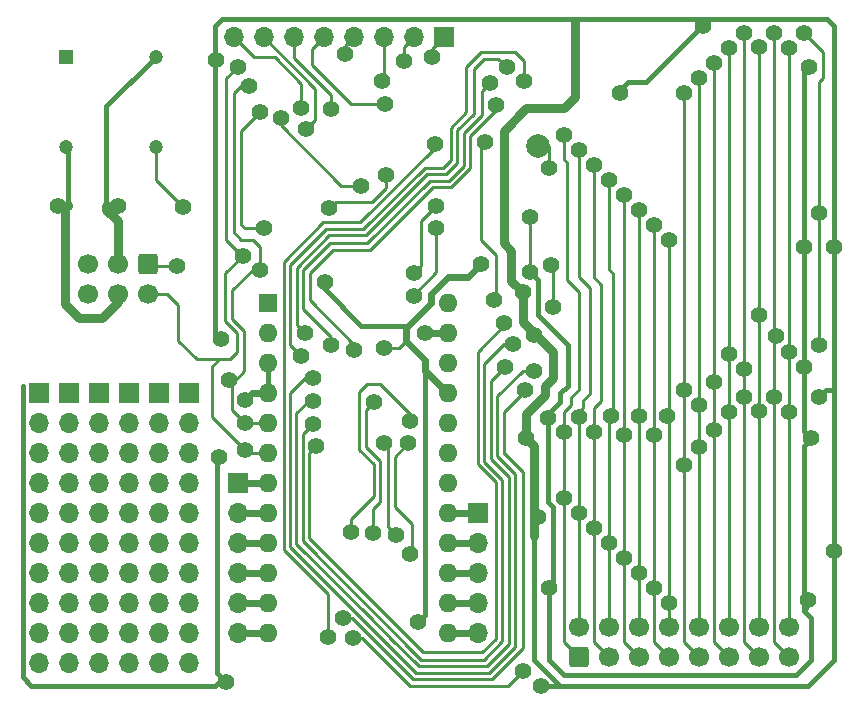
<source format=gbr>
%TF.GenerationSoftware,KiCad,Pcbnew,(6.0.4)*%
%TF.CreationDate,2022-12-09T13:12:30+01:00*%
%TF.ProjectId,SmartArtificialSoftTissue_Standard_v2,536d6172-7441-4727-9469-66696369616c,rev?*%
%TF.SameCoordinates,Original*%
%TF.FileFunction,Copper,L2,Bot*%
%TF.FilePolarity,Positive*%
%FSLAX46Y46*%
G04 Gerber Fmt 4.6, Leading zero omitted, Abs format (unit mm)*
G04 Created by KiCad (PCBNEW (6.0.4)) date 2022-12-09 13:12:30*
%MOMM*%
%LPD*%
G01*
G04 APERTURE LIST*
G04 Aperture macros list*
%AMRoundRect*
0 Rectangle with rounded corners*
0 $1 Rounding radius*
0 $2 $3 $4 $5 $6 $7 $8 $9 X,Y pos of 4 corners*
0 Add a 4 corners polygon primitive as box body*
4,1,4,$2,$3,$4,$5,$6,$7,$8,$9,$2,$3,0*
0 Add four circle primitives for the rounded corners*
1,1,$1+$1,$2,$3*
1,1,$1+$1,$4,$5*
1,1,$1+$1,$6,$7*
1,1,$1+$1,$8,$9*
0 Add four rect primitives between the rounded corners*
20,1,$1+$1,$2,$3,$4,$5,0*
20,1,$1+$1,$4,$5,$6,$7,0*
20,1,$1+$1,$6,$7,$8,$9,0*
20,1,$1+$1,$8,$9,$2,$3,0*%
G04 Aperture macros list end*
%TA.AperFunction,ComponentPad*%
%ADD10R,1.700000X1.700000*%
%TD*%
%TA.AperFunction,ComponentPad*%
%ADD11O,1.700000X1.700000*%
%TD*%
%TA.AperFunction,ComponentPad*%
%ADD12RoundRect,0.250000X-0.600000X0.600000X-0.600000X-0.600000X0.600000X-0.600000X0.600000X0.600000X0*%
%TD*%
%TA.AperFunction,ComponentPad*%
%ADD13C,1.700000*%
%TD*%
%TA.AperFunction,ComponentPad*%
%ADD14RoundRect,0.250000X0.600000X-0.600000X0.600000X0.600000X-0.600000X0.600000X-0.600000X-0.600000X0*%
%TD*%
%TA.AperFunction,ComponentPad*%
%ADD15R,1.600000X1.600000*%
%TD*%
%TA.AperFunction,ComponentPad*%
%ADD16O,1.600000X1.600000*%
%TD*%
%TA.AperFunction,ComponentPad*%
%ADD17C,2.000000*%
%TD*%
%TA.AperFunction,ComponentPad*%
%ADD18R,1.200000X1.200000*%
%TD*%
%TA.AperFunction,ComponentPad*%
%ADD19C,1.200000*%
%TD*%
%TA.AperFunction,ViaPad*%
%ADD20C,1.400000*%
%TD*%
%TA.AperFunction,Conductor*%
%ADD21C,0.250000*%
%TD*%
%TA.AperFunction,Conductor*%
%ADD22C,0.400000*%
%TD*%
%TA.AperFunction,Conductor*%
%ADD23C,0.600000*%
%TD*%
%TA.AperFunction,Conductor*%
%ADD24C,0.800000*%
%TD*%
G04 APERTURE END LIST*
D10*
%TO.P,REF\u002A\u002A,1*%
%TO.N,N/C*%
X62865000Y-88265000D03*
D11*
%TO.P,REF\u002A\u002A,2*%
X62865000Y-90805000D03*
%TO.P,REF\u002A\u002A,3*%
X62865000Y-93345000D03*
%TO.P,REF\u002A\u002A,4*%
X62865000Y-95885000D03*
%TO.P,REF\u002A\u002A,5*%
X62865000Y-98425000D03*
%TO.P,REF\u002A\u002A,6*%
X62865000Y-100965000D03*
%TO.P,REF\u002A\u002A,7*%
X62865000Y-103505000D03*
%TO.P,REF\u002A\u002A,8*%
X62865000Y-106045000D03*
%TO.P,REF\u002A\u002A,9*%
X62865000Y-108585000D03*
%TO.P,REF\u002A\u002A,10*%
X62865000Y-111125000D03*
%TD*%
D10*
%TO.P,REF\u002A\u002A,1*%
%TO.N,N/C*%
X65405000Y-88265000D03*
D11*
%TO.P,REF\u002A\u002A,2*%
X65405000Y-90805000D03*
%TO.P,REF\u002A\u002A,3*%
X65405000Y-93345000D03*
%TO.P,REF\u002A\u002A,4*%
X65405000Y-95885000D03*
%TO.P,REF\u002A\u002A,5*%
X65405000Y-98425000D03*
%TO.P,REF\u002A\u002A,6*%
X65405000Y-100965000D03*
%TO.P,REF\u002A\u002A,7*%
X65405000Y-103505000D03*
%TO.P,REF\u002A\u002A,8*%
X65405000Y-106045000D03*
%TO.P,REF\u002A\u002A,9*%
X65405000Y-108585000D03*
%TO.P,REF\u002A\u002A,10*%
X65405000Y-111125000D03*
%TD*%
D12*
%TO.P,CON2,1,Pin_1*%
%TO.N,SDA*%
X61917500Y-77352500D03*
D13*
%TO.P,CON2,2,Pin_2*%
%TO.N,SCL*%
X61917500Y-79892500D03*
%TO.P,CON2,3,Pin_3*%
%TO.N,VCC_5V*%
X59377500Y-77352500D03*
%TO.P,CON2,4,Pin_4*%
%TO.N,GND*%
X59377500Y-79892500D03*
%TO.P,CON2,5,Pin_5*%
%TO.N,unconnected-(CON2-Pad5)*%
X56837500Y-77352500D03*
%TO.P,CON2,6,Pin_6*%
%TO.N,unconnected-(CON2-Pad6)*%
X56837500Y-79892500D03*
%TD*%
D10*
%TO.P,REF\u002A\u002A,1*%
%TO.N,N/C*%
X60325000Y-88265000D03*
D11*
%TO.P,REF\u002A\u002A,2*%
X60325000Y-90805000D03*
%TO.P,REF\u002A\u002A,3*%
X60325000Y-93345000D03*
%TO.P,REF\u002A\u002A,4*%
X60325000Y-95885000D03*
%TO.P,REF\u002A\u002A,5*%
X60325000Y-98425000D03*
%TO.P,REF\u002A\u002A,6*%
X60325000Y-100965000D03*
%TO.P,REF\u002A\u002A,7*%
X60325000Y-103505000D03*
%TO.P,REF\u002A\u002A,8*%
X60325000Y-106045000D03*
%TO.P,REF\u002A\u002A,9*%
X60325000Y-108585000D03*
%TO.P,REF\u002A\u002A,10*%
X60325000Y-111125000D03*
%TD*%
D10*
%TO.P,REF\u002A\u002A,1*%
%TO.N,N/C*%
X52705000Y-88265000D03*
D11*
%TO.P,REF\u002A\u002A,2*%
X52705000Y-90805000D03*
%TO.P,REF\u002A\u002A,3*%
X52705000Y-93345000D03*
%TO.P,REF\u002A\u002A,4*%
X52705000Y-95885000D03*
%TO.P,REF\u002A\u002A,5*%
X52705000Y-98425000D03*
%TO.P,REF\u002A\u002A,6*%
X52705000Y-100965000D03*
%TO.P,REF\u002A\u002A,7*%
X52705000Y-103505000D03*
%TO.P,REF\u002A\u002A,8*%
X52705000Y-106045000D03*
%TO.P,REF\u002A\u002A,9*%
X52705000Y-108585000D03*
%TO.P,REF\u002A\u002A,10*%
X52705000Y-111125000D03*
%TD*%
D14*
%TO.P,CON1,1,Pin_1*%
%TO.N,Net-(CON1-Pad1)*%
X98425000Y-110607500D03*
D13*
%TO.P,CON1,2,Pin_2*%
%TO.N,Net-(CON1-Pad2)*%
X98425000Y-108067500D03*
%TO.P,CON1,3,Pin_3*%
%TO.N,Net-(CON1-Pad3)*%
X100965000Y-110607500D03*
%TO.P,CON1,4,Pin_4*%
%TO.N,Net-(CON1-Pad4)*%
X100965000Y-108067500D03*
%TO.P,CON1,5,Pin_5*%
%TO.N,Net-(CON1-Pad5)*%
X103505000Y-110607500D03*
%TO.P,CON1,6,Pin_6*%
%TO.N,Net-(CON1-Pad6)*%
X103505000Y-108067500D03*
%TO.P,CON1,7,Pin_7*%
%TO.N,Net-(CON1-Pad7)*%
X106045000Y-110607500D03*
%TO.P,CON1,8,Pin_8*%
%TO.N,Net-(CON1-Pad8)*%
X106045000Y-108067500D03*
%TO.P,CON1,9,Pin_9*%
%TO.N,Net-(CON1-Pad9)*%
X108585000Y-110607500D03*
%TO.P,CON1,10,Pin_10*%
%TO.N,Net-(CON1-Pad10)*%
X108585000Y-108067500D03*
%TO.P,CON1,11,Pin_11*%
%TO.N,Net-(CON1-Pad11)*%
X111125000Y-110607500D03*
%TO.P,CON1,12,Pin_12*%
%TO.N,Net-(CON1-Pad12)*%
X111125000Y-108067500D03*
%TO.P,CON1,13,Pin_13*%
%TO.N,Net-(CON1-Pad13)*%
X113665000Y-110607500D03*
%TO.P,CON1,14,Pin_14*%
%TO.N,Net-(CON1-Pad14)*%
X113665000Y-108067500D03*
%TO.P,CON1,15,Pin_15*%
%TO.N,Net-(CON1-Pad15)*%
X116205000Y-110607500D03*
%TO.P,CON1,16,Pin_16*%
%TO.N,Net-(CON1-Pad16)*%
X116205000Y-108067500D03*
%TD*%
D10*
%TO.P,REF\u002A\u002A,1*%
%TO.N,N/C*%
X57785000Y-88265000D03*
D11*
%TO.P,REF\u002A\u002A,2*%
X57785000Y-90805000D03*
%TO.P,REF\u002A\u002A,3*%
X57785000Y-93345000D03*
%TO.P,REF\u002A\u002A,4*%
X57785000Y-95885000D03*
%TO.P,REF\u002A\u002A,5*%
X57785000Y-98425000D03*
%TO.P,REF\u002A\u002A,6*%
X57785000Y-100965000D03*
%TO.P,REF\u002A\u002A,7*%
X57785000Y-103505000D03*
%TO.P,REF\u002A\u002A,8*%
X57785000Y-106045000D03*
%TO.P,REF\u002A\u002A,9*%
X57785000Y-108585000D03*
%TO.P,REF\u002A\u002A,10*%
X57785000Y-111125000D03*
%TD*%
D10*
%TO.P,REF\u002A\u002A,1*%
%TO.N,N/C*%
X55245000Y-88265000D03*
D11*
%TO.P,REF\u002A\u002A,2*%
X55245000Y-90805000D03*
%TO.P,REF\u002A\u002A,3*%
X55245000Y-93345000D03*
%TO.P,REF\u002A\u002A,4*%
X55245000Y-95885000D03*
%TO.P,REF\u002A\u002A,5*%
X55245000Y-98425000D03*
%TO.P,REF\u002A\u002A,6*%
X55245000Y-100965000D03*
%TO.P,REF\u002A\u002A,7*%
X55245000Y-103505000D03*
%TO.P,REF\u002A\u002A,8*%
X55245000Y-106045000D03*
%TO.P,REF\u002A\u002A,9*%
X55245000Y-108585000D03*
%TO.P,REF\u002A\u002A,10*%
X55245000Y-111125000D03*
%TD*%
D15*
%TO.P,UC1,1,D1/TX*%
%TO.N,unconnected-(UC1-Pad1)*%
X72072500Y-80645000D03*
D16*
%TO.P,UC1,2,D0/RX*%
%TO.N,unconnected-(UC1-Pad2)*%
X72072500Y-83185000D03*
%TO.P,UC1,3,GND*%
%TO.N,GND*%
X72072500Y-85725000D03*
%TO.P,UC1,4,GND*%
X72072500Y-88265000D03*
%TO.P,UC1,5,D2*%
%TO.N,SDA*%
X72072500Y-90805000D03*
%TO.P,UC1,6,~D3*%
%TO.N,SCL*%
X72072500Y-93345000D03*
%TO.P,UC1,7,D4/A6*%
%TO.N,Net-(J11-Pad1)*%
X72072500Y-95885000D03*
%TO.P,UC1,8,~D5*%
%TO.N,Net-(J11-Pad2)*%
X72072500Y-98425000D03*
%TO.P,UC1,9,~D6/A7*%
%TO.N,Net-(J11-Pad3)*%
X72072500Y-100965000D03*
%TO.P,UC1,10,D7*%
%TO.N,Net-(J11-Pad4)*%
X72072500Y-103505000D03*
%TO.P,UC1,11,D8/A8*%
%TO.N,Net-(J11-Pad5)*%
X72072500Y-106045000D03*
%TO.P,UC1,12,~D9/A9*%
%TO.N,Net-(J11-Pad6)*%
X72072500Y-108585000D03*
%TO.P,UC1,13,~D10/A10*%
%TO.N,Net-(J12-Pad5)*%
X87312500Y-108585000D03*
%TO.P,UC1,14,D16*%
%TO.N,Net-(J12-Pad4)*%
X87312500Y-106045000D03*
%TO.P,UC1,15,D14*%
%TO.N,Net-(J12-Pad3)*%
X87312500Y-103505000D03*
%TO.P,UC1,16,D15*%
%TO.N,Net-(J12-Pad2)*%
X87312500Y-100965000D03*
%TO.P,UC1,17,D18/A0*%
%TO.N,Net-(J12-Pad1)*%
X87312500Y-98425000D03*
%TO.P,UC1,18,D19/A1*%
%TO.N,unconnected-(UC1-Pad18)*%
X87312500Y-95885000D03*
%TO.P,UC1,19,D20/A2*%
%TO.N,unconnected-(UC1-Pad19)*%
X87312500Y-93345000D03*
%TO.P,UC1,20,D21/A3*%
%TO.N,unconnected-(UC1-Pad20)*%
X87312500Y-90805000D03*
%TO.P,UC1,21,VCC*%
%TO.N,VCC_5V*%
X87312500Y-88265000D03*
%TO.P,UC1,22,RST*%
%TO.N,unconnected-(UC1-Pad22)*%
X87312500Y-85725000D03*
%TO.P,UC1,23,GND*%
%TO.N,GND*%
X87312500Y-83185000D03*
%TO.P,UC1,24,RAW*%
%TO.N,unconnected-(UC1-Pad24)*%
X87312500Y-80645000D03*
%TD*%
D17*
%TO.P,Needle1,1,Pin_1*%
%TO.N,/NEEDLE*%
X94932500Y-67310000D03*
%TD*%
D18*
%TO.P,Y1,1,TRI-STATE*%
%TO.N,unconnected-(Y1-Pad1)*%
X54990000Y-59790000D03*
D19*
%TO.P,Y1,4,CASE_GROUND*%
%TO.N,GND*%
X54990000Y-67410000D03*
%TO.P,Y1,5,OUTPUT*%
%TO.N,Net-(IC1-Pad8)*%
X62610000Y-67410000D03*
%TO.P,Y1,8,+5V_DC*%
%TO.N,VCC_5V*%
X62610000Y-59790000D03*
%TD*%
D10*
%TO.P,CON3,1,Pin_1*%
%TO.N,/GPIO_B0*%
X86980000Y-58102500D03*
D11*
%TO.P,CON3,2,Pin_2*%
%TO.N,/GPIO_B1*%
X84440000Y-58102500D03*
%TO.P,CON3,3,Pin_3*%
%TO.N,/GPIO_B2*%
X81900000Y-58102500D03*
%TO.P,CON3,4,Pin_4*%
%TO.N,/GPIO_B3*%
X79360000Y-58102500D03*
%TO.P,CON3,5,Pin_5*%
%TO.N,/GPIO_B4*%
X76820000Y-58102500D03*
%TO.P,CON3,6,Pin_6*%
%TO.N,/GPIO_B5*%
X74280000Y-58102500D03*
%TO.P,CON3,7,Pin_7*%
%TO.N,/GPIO_B6*%
X71740000Y-58102500D03*
%TO.P,CON3,8,Pin_8*%
%TO.N,/GPIO_B7*%
X69200000Y-58102500D03*
%TD*%
D10*
%TO.P,J11,1,Pin_1*%
%TO.N,Net-(J11-Pad1)*%
X69532500Y-95885000D03*
D11*
%TO.P,J11,2,Pin_2*%
%TO.N,Net-(J11-Pad2)*%
X69532500Y-98425000D03*
%TO.P,J11,3,Pin_3*%
%TO.N,Net-(J11-Pad3)*%
X69532500Y-100965000D03*
%TO.P,J11,4,Pin_4*%
%TO.N,Net-(J11-Pad4)*%
X69532500Y-103505000D03*
%TO.P,J11,5,Pin_5*%
%TO.N,Net-(J11-Pad5)*%
X69532500Y-106045000D03*
%TO.P,J11,6,Pin_6*%
%TO.N,Net-(J11-Pad6)*%
X69532500Y-108585000D03*
%TD*%
D10*
%TO.P,J12,1,Pin_1*%
%TO.N,Net-(J12-Pad1)*%
X89852500Y-98425000D03*
D11*
%TO.P,J12,2,Pin_2*%
%TO.N,Net-(J12-Pad2)*%
X89852500Y-100965000D03*
%TO.P,J12,3,Pin_3*%
%TO.N,Net-(J12-Pad3)*%
X89852500Y-103505000D03*
%TO.P,J12,4,Pin_4*%
%TO.N,Net-(J12-Pad4)*%
X89852500Y-106045000D03*
%TO.P,J12,5,Pin_5*%
%TO.N,Net-(J12-Pad5)*%
X89852500Y-108585000D03*
%TD*%
D20*
%TO.N,/M1_A3*%
X93800000Y-61800000D03*
X74930000Y-85090000D03*
%TO.N,/M1_A2*%
X92300000Y-60642500D03*
X75247500Y-83185000D03*
%TO.N,/M1_A1*%
X77470000Y-84137500D03*
X90900000Y-62000000D03*
%TO.N,/M1_A0*%
X91440000Y-63817500D03*
X79400000Y-84600000D03*
%TO.N,SDA*%
X68800000Y-87100000D03*
X70485000Y-62230000D03*
X70167500Y-90805000D03*
X71400000Y-77800000D03*
X64400000Y-77500000D03*
%TO.N,SCL*%
X70000000Y-76600000D03*
X69532500Y-60642500D03*
X70167500Y-93027500D03*
%TO.N,VCC_5V*%
X117475000Y-86042500D03*
X118110000Y-92075000D03*
X94297500Y-73342500D03*
X117475000Y-75882500D03*
X94300000Y-78000000D03*
X84772500Y-107632500D03*
X59372500Y-72390000D03*
X95885000Y-104775000D03*
X81915000Y-84455000D03*
X71437500Y-64452500D03*
X95795697Y-90396855D03*
X117792500Y-105727500D03*
X76900000Y-78800000D03*
X71755000Y-74295000D03*
X117949858Y-60642500D03*
X90170000Y-77324500D03*
%TO.N,GND*%
X68580000Y-112712500D03*
X54292500Y-72390000D03*
X101917500Y-62866040D03*
X67692500Y-60007500D03*
X70200000Y-88800000D03*
X93980000Y-92075000D03*
X94600000Y-83300000D03*
X95003000Y-98742500D03*
X118745000Y-88582500D03*
X95250000Y-113030000D03*
X85407500Y-83185000D03*
X108902500Y-57150000D03*
X120015000Y-75882500D03*
X120015000Y-101600000D03*
X93662500Y-79700000D03*
X68100000Y-83700000D03*
X67945000Y-93662500D03*
%TO.N,/M1_EN*%
X86270845Y-67138000D03*
X77152500Y-108902500D03*
%TO.N,/M2_A3*%
X76193540Y-92710000D03*
X92100000Y-82300000D03*
%TO.N,/M2_A2*%
X92869467Y-84110989D03*
X75925258Y-90855242D03*
%TO.N,/M2_A1*%
X92200000Y-86000000D03*
X75882500Y-88900000D03*
%TO.N,/M2_A0*%
X75898300Y-86995000D03*
X94615000Y-86360000D03*
%TO.N,/M2_EN*%
X78422500Y-107315000D03*
X93840463Y-87996895D03*
%TO.N,/M3_EN*%
X79302539Y-108974961D03*
X93662500Y-111760000D03*
%TO.N,Net-(IC1-Pad8)*%
X64880000Y-72500000D03*
%TO.N,Net-(IOEX2-Pad18)*%
X79100000Y-100000000D03*
X84100000Y-90600000D03*
%TO.N,Net-(IOEX2-Pad17)*%
X81100000Y-89000000D03*
X81000000Y-100100000D03*
%TO.N,/AS_4*%
X82100000Y-69800000D03*
X77300000Y-72600000D03*
%TO.N,/AS_1*%
X73185142Y-64930142D03*
X80010000Y-70715980D03*
%TO.N,/GPIO_B0*%
X86000000Y-59800000D03*
%TO.N,/GPIO_B1*%
X83600000Y-60100000D03*
%TO.N,/GPIO_B2*%
X81800000Y-61800000D03*
%TO.N,/GPIO_B3*%
X78600000Y-59500000D03*
%TO.N,/GPIO_B4*%
X82000000Y-63800000D03*
%TO.N,/GPIO_B5*%
X77400000Y-64200000D03*
%TO.N,/GPIO_B6*%
X75300000Y-65900000D03*
%TO.N,/GPIO_B7*%
X74900000Y-64100000D03*
%TO.N,VCC{slash}2*%
X118745000Y-73025000D03*
X118745000Y-84137500D03*
X117475000Y-57785000D03*
%TO.N,/AS1_S1*%
X96202500Y-80962500D03*
X96100000Y-77400000D03*
%TO.N,Net-(OPA2-Pad1)*%
X86360000Y-74295000D03*
X84455000Y-80010000D03*
%TO.N,Net-(OPA2-Pad6)*%
X84455000Y-78105000D03*
X86360000Y-72390000D03*
%TO.N,Net-(IOEX2-Pad16)*%
X82975500Y-100300000D03*
X81900000Y-92500000D03*
%TO.N,Net-(IOEX2-Pad15)*%
X84000000Y-92500000D03*
X84100000Y-101900000D03*
%TO.N,Net-(CON1-Pad1)*%
X97167812Y-91550000D03*
X97155000Y-97155000D03*
X97175979Y-66357500D03*
%TO.N,Net-(CON1-Pad2)*%
X98445979Y-67627500D03*
X98425000Y-98425000D03*
X98425000Y-90256071D03*
%TO.N,Net-(CON1-Pad3)*%
X99715979Y-68897500D03*
X99695000Y-99695000D03*
X99700000Y-91500000D03*
%TO.N,Net-(CON1-Pad4)*%
X100965000Y-100965000D03*
X100985979Y-70167500D03*
X101110500Y-90170000D03*
%TO.N,Net-(CON1-Pad5)*%
X102255979Y-71437500D03*
X102235000Y-91757500D03*
X102235000Y-102235000D03*
%TO.N,Net-(CON1-Pad6)*%
X103505000Y-103505000D03*
X103504304Y-90172088D03*
X103525979Y-72707500D03*
%TO.N,Net-(CON1-Pad7)*%
X104775000Y-91757500D03*
X104795979Y-73977500D03*
X104775000Y-104775000D03*
%TO.N,Net-(CON1-Pad8)*%
X105899500Y-90170000D03*
X106065979Y-75247500D03*
X106045000Y-106045000D03*
%TO.N,Net-(CON1-Pad9)*%
X107315000Y-87947500D03*
X107315000Y-94297500D03*
X107335979Y-62865000D03*
%TO.N,Net-(CON1-Pad10)*%
X108605979Y-61595000D03*
X108583608Y-89216108D03*
X108579788Y-92794608D03*
%TO.N,Net-(CON1-Pad11)*%
X109875979Y-60325000D03*
X109865599Y-91353481D03*
X109855000Y-87312500D03*
%TO.N,Net-(CON1-Pad12)*%
X111145979Y-59055000D03*
X111125000Y-84944500D03*
X111125000Y-89852500D03*
%TO.N,Net-(CON1-Pad13)*%
X112415979Y-57785000D03*
X112395000Y-88582500D03*
X112395000Y-86188000D03*
%TO.N,Net-(CON1-Pad14)*%
X113689001Y-58965077D03*
X113668022Y-89762577D03*
X113665000Y-81597500D03*
%TO.N,Net-(CON1-Pad15)*%
X115080500Y-83412898D03*
X114955979Y-57785000D03*
X114935000Y-88582500D03*
%TO.N,Net-(CON1-Pad16)*%
X116205000Y-84772500D03*
X116227371Y-59055000D03*
X116206392Y-89852500D03*
%TO.N,/NEEDLE_*%
X91268000Y-80327500D03*
X90488892Y-66993892D03*
%TO.N,/NEEDLE*%
X95885000Y-69215000D03*
%TD*%
D21*
%TO.N,/M1_A3*%
X93800000Y-61800000D02*
X93800000Y-60145000D01*
X77018106Y-74350480D02*
X73977500Y-77391086D01*
X73977500Y-84137500D02*
X74930000Y-85090000D01*
X87568940Y-65784960D02*
X87568940Y-68498922D01*
X85359643Y-69153943D02*
X80163106Y-74350480D01*
X80163106Y-74350480D02*
X77018106Y-74350480D01*
X93800000Y-60145000D02*
X93027500Y-59372500D01*
X88900000Y-60642500D02*
X88900000Y-64453900D01*
X88900000Y-64453900D02*
X87568940Y-65784960D01*
X90170000Y-59372500D02*
X88900000Y-60642500D01*
X93027500Y-59372500D02*
X90170000Y-59372500D01*
X73977500Y-77391086D02*
X73977500Y-84137500D01*
X86913921Y-69153941D02*
X85359643Y-69153943D01*
X87568940Y-68498922D02*
X86913921Y-69153941D01*
%TO.N,/M1_A2*%
X74527020Y-82464520D02*
X75247500Y-83185000D01*
X89535000Y-60784638D02*
X89535000Y-64596038D01*
X87141539Y-69703461D02*
X85587262Y-69703462D01*
X89535000Y-64596038D02*
X88118460Y-66012578D01*
X74527021Y-77618703D02*
X74527020Y-82464520D01*
X90397618Y-59922020D02*
X89535000Y-60784638D01*
X77245724Y-74900000D02*
X74527021Y-77618703D01*
X92300000Y-60642500D02*
X91579520Y-59922020D01*
X80390724Y-74900000D02*
X77245724Y-74900000D01*
X91579520Y-59922020D02*
X90397618Y-59922020D01*
X88118460Y-66012578D02*
X88118460Y-68726540D01*
X85587262Y-69703462D02*
X80390724Y-74900000D01*
X88118460Y-68726540D02*
X87141539Y-69703461D01*
%TO.N,/M1_A1*%
X90200000Y-62700000D02*
X90200000Y-64708176D01*
X85814881Y-70252981D02*
X80517382Y-75550480D01*
X80517382Y-75550480D02*
X77372382Y-75550480D01*
X77470000Y-83502500D02*
X77470000Y-84137500D01*
X90200000Y-64708176D02*
X88667980Y-66240196D01*
X90900000Y-62000000D02*
X90200000Y-62700000D01*
X77372382Y-75550480D02*
X75076541Y-77846321D01*
X87402381Y-70252981D02*
X85814881Y-70252981D01*
X75076540Y-81109040D02*
X77470000Y-83502500D01*
X88667980Y-66240196D02*
X88667980Y-68987382D01*
X88667980Y-68987382D02*
X87402381Y-70252981D01*
X75076541Y-77846321D02*
X75076540Y-81109040D01*
%TO.N,/M1_A0*%
X87630000Y-70802500D02*
X89217500Y-69215000D01*
X75626060Y-80388560D02*
X75626060Y-78073940D01*
X79400000Y-84162500D02*
X75626060Y-80388560D01*
X79400000Y-84600000D02*
X79400000Y-84162500D01*
X86042500Y-70802500D02*
X87630000Y-70802500D01*
X91440000Y-64245314D02*
X91440000Y-63817500D01*
X77600000Y-76100000D02*
X80745000Y-76100000D01*
X89217500Y-69215000D02*
X89217500Y-66467814D01*
X89217500Y-66467814D02*
X91440000Y-64245314D01*
X75626060Y-78073940D02*
X77600000Y-76100000D01*
X80745000Y-76100000D02*
X86042500Y-70802500D01*
%TO.N,SDA*%
X71400000Y-75920000D02*
X71400000Y-77800000D01*
X69215000Y-74612500D02*
X69850000Y-75247500D01*
X62065000Y-77500000D02*
X61917500Y-77352500D01*
X71400000Y-77800000D02*
X70800000Y-77800000D01*
X69215000Y-62865000D02*
X69215000Y-74612500D01*
X70090000Y-86410000D02*
X69042989Y-87457011D01*
X71437500Y-75882500D02*
X71400000Y-75920000D01*
X68800000Y-87100000D02*
X68800000Y-87214022D01*
X69850000Y-62230000D02*
X69215000Y-62865000D01*
X69042989Y-89680489D02*
X70167500Y-90805000D01*
X70800000Y-77800000D02*
X69042989Y-79557011D01*
X70485000Y-62230000D02*
X69850000Y-62230000D01*
X70802500Y-75247500D02*
X71437500Y-75882500D01*
X64400000Y-77500000D02*
X62065000Y-77500000D01*
X69042989Y-79557011D02*
X69042989Y-81942989D01*
X70090000Y-82990000D02*
X70090000Y-86410000D01*
X69042989Y-87457011D02*
X69042989Y-89680489D01*
X69850000Y-75247500D02*
X70802500Y-75247500D01*
X70167500Y-90805000D02*
X72072500Y-90805000D01*
X68800000Y-87214022D02*
X69042989Y-87457011D01*
X69042989Y-81942989D02*
X70090000Y-82990000D01*
%TO.N,SCL*%
X69490000Y-83167138D02*
X69490000Y-84810000D01*
X70167500Y-93027500D02*
X70485000Y-93345000D01*
X61900000Y-79910000D02*
X61917500Y-79892500D01*
X69490000Y-84810000D02*
X68900000Y-85400000D01*
X64500000Y-80800000D02*
X63592500Y-79892500D01*
X70485000Y-93345000D02*
X72072500Y-93345000D01*
X68000000Y-85400000D02*
X66100000Y-85400000D01*
X68493470Y-82170608D02*
X69490000Y-83167138D01*
X69932500Y-76600000D02*
X70000000Y-76600000D01*
X68493470Y-78106530D02*
X68493470Y-82170608D01*
X69532500Y-60642500D02*
X68580000Y-61595000D01*
X68900000Y-85400000D02*
X68000000Y-85400000D01*
X63592500Y-79892500D02*
X61917500Y-79892500D01*
X64500000Y-83800000D02*
X64500000Y-80800000D01*
X67400000Y-86000000D02*
X67400000Y-90260000D01*
X70000000Y-76600000D02*
X68493470Y-78106530D01*
X68580000Y-75247500D02*
X69932500Y-76600000D01*
X68000000Y-85400000D02*
X67400000Y-86000000D01*
X68580000Y-61595000D02*
X68580000Y-75247500D01*
X66100000Y-85400000D02*
X64500000Y-83800000D01*
X67400000Y-90260000D02*
X70167500Y-93027500D01*
D22*
%TO.N,VCC_5V*%
X117475000Y-92710000D02*
X118110000Y-92075000D01*
D23*
X85407500Y-86360000D02*
X87312500Y-88265000D01*
D21*
X71755000Y-74295000D02*
X70167500Y-74295000D01*
D22*
X117475000Y-106680000D02*
X117475000Y-92710000D01*
D23*
X83820000Y-82708750D02*
X83820000Y-83820000D01*
D22*
X95795697Y-90396855D02*
X95795697Y-90011099D01*
D24*
X59377500Y-77352500D02*
X59377500Y-73665000D01*
D22*
X97155000Y-112077500D02*
X116840000Y-112077500D01*
D23*
X89072000Y-78422500D02*
X87312500Y-78422500D01*
D22*
X95795697Y-90011099D02*
X96837500Y-88969296D01*
D21*
X69850000Y-73977500D02*
X69850000Y-66040000D01*
D22*
X95795697Y-97492063D02*
X95795697Y-90396855D01*
D21*
X81915000Y-84455000D02*
X82550000Y-84455000D01*
X117792500Y-106362500D02*
X117475000Y-106680000D01*
D22*
X80010000Y-82550000D02*
X83661250Y-82550000D01*
X58420000Y-63980000D02*
X62610000Y-59790000D01*
D23*
X85912989Y-79822011D02*
X85912989Y-80615761D01*
D22*
X95885000Y-104775000D02*
X95885000Y-110807500D01*
X94932500Y-81597500D02*
X94932500Y-78632500D01*
X117475000Y-91440000D02*
X117475000Y-86042500D01*
D24*
X59377500Y-73665000D02*
X58420000Y-72707500D01*
D22*
X95885000Y-104775000D02*
X96202500Y-104457500D01*
D24*
X58420000Y-72390000D02*
X58420000Y-72707500D01*
D22*
X97472500Y-87630000D02*
X97472500Y-84137500D01*
D23*
X85407500Y-85407500D02*
X83820000Y-83820000D01*
D22*
X76900000Y-78800000D02*
X76835000Y-78865000D01*
X76835000Y-79375000D02*
X80010000Y-82550000D01*
X76835000Y-78865000D02*
X76835000Y-79375000D01*
D24*
X59372500Y-72390000D02*
X58420000Y-72390000D01*
D22*
X96202500Y-97898866D02*
X95795697Y-97492063D01*
D23*
X85407500Y-86042500D02*
X85407500Y-85407500D01*
D21*
X94300000Y-78000000D02*
X94300000Y-73345000D01*
D22*
X96202500Y-104457500D02*
X96202500Y-97898866D01*
X58420000Y-72390000D02*
X58420000Y-63980000D01*
X96837500Y-88969296D02*
X96837500Y-88265000D01*
D21*
X83185000Y-84455000D02*
X81915000Y-84455000D01*
D22*
X97472500Y-84137500D02*
X94932500Y-81597500D01*
X96837500Y-88265000D02*
X97472500Y-87630000D01*
D21*
X117792500Y-105727500D02*
X117792500Y-106362500D01*
X69850000Y-66040000D02*
X71437500Y-64452500D01*
D23*
X90170000Y-77324500D02*
X89072000Y-78422500D01*
D22*
X118110000Y-92075000D02*
X117475000Y-91440000D01*
D23*
X85912989Y-80615761D02*
X83820000Y-82708750D01*
D22*
X95885000Y-110807500D02*
X97155000Y-112077500D01*
D21*
X83185000Y-84455000D02*
X83820000Y-83820000D01*
D22*
X117475000Y-75882500D02*
X117475000Y-86042500D01*
X117475000Y-61117358D02*
X117475000Y-75882500D01*
D23*
X87312500Y-78422500D02*
X85912989Y-79822011D01*
D21*
X70167500Y-74295000D02*
X69850000Y-73977500D01*
D22*
X118110000Y-110807500D02*
X118110000Y-107315000D01*
X85407500Y-106997500D02*
X84772500Y-107632500D01*
X118110000Y-107315000D02*
X117475000Y-106680000D01*
X116840000Y-112077500D02*
X118110000Y-110807500D01*
X117949858Y-60642500D02*
X117475000Y-61117358D01*
X85407500Y-86042500D02*
X85407500Y-106997500D01*
X83661250Y-82550000D02*
X83820000Y-82708750D01*
X94932500Y-78632500D02*
X94300000Y-78000000D01*
D23*
X85407500Y-86042500D02*
X85407500Y-86360000D01*
D21*
X94300000Y-73345000D02*
X94297500Y-73342500D01*
D22*
%TO.N,GND*%
X95003000Y-98742500D02*
X94615000Y-99130500D01*
D24*
X93662500Y-79700000D02*
X92710000Y-78747500D01*
X54927500Y-80710000D02*
X56132500Y-81915000D01*
D22*
X101917500Y-62866040D02*
X101917500Y-62547500D01*
D24*
X93662500Y-79700000D02*
X93662500Y-82232500D01*
D22*
X68580000Y-112712500D02*
X67945000Y-112712500D01*
D24*
X54292500Y-72390000D02*
X55170000Y-72390000D01*
D22*
X67627500Y-58420000D02*
X67627500Y-57150000D01*
X119380000Y-87947500D02*
X120015000Y-87947500D01*
X96837500Y-113030000D02*
X97155000Y-113030000D01*
D24*
X92710000Y-78747500D02*
X92710000Y-76200000D01*
D22*
X67800000Y-93807500D02*
X67945000Y-93662500D01*
D24*
X94615000Y-100330000D02*
X94615000Y-92710000D01*
D22*
X96837500Y-113030000D02*
X95250000Y-113030000D01*
X70732011Y-56585489D02*
X111054511Y-56585489D01*
X117792500Y-113030000D02*
X120015000Y-110807500D01*
D24*
X93662500Y-82232500D02*
X96202500Y-84772500D01*
D21*
X109467011Y-56585489D02*
X111054511Y-56585489D01*
D22*
X94615000Y-110807500D02*
X96837500Y-113030000D01*
D24*
X93980000Y-64135000D02*
X97155000Y-64135000D01*
D22*
X94615000Y-99130500D02*
X94615000Y-100330000D01*
D23*
X70735000Y-88265000D02*
X72072500Y-88265000D01*
D24*
X92075000Y-66040000D02*
X93980000Y-64135000D01*
D22*
X102552500Y-61912500D02*
X104140000Y-61912500D01*
D24*
X98107500Y-63182500D02*
X98107500Y-56832500D01*
D22*
X67945000Y-93662500D02*
X67627500Y-93345000D01*
D21*
X67627500Y-60072500D02*
X67627500Y-63500000D01*
D24*
X93980000Y-90020000D02*
X93980000Y-92075000D01*
D22*
X104140000Y-61912500D02*
X109467011Y-56585489D01*
D24*
X94615000Y-92710000D02*
X93980000Y-92075000D01*
D22*
X67627500Y-57150000D02*
X68192011Y-56585489D01*
D24*
X92075000Y-75565000D02*
X92075000Y-66040000D01*
D22*
X52070000Y-113030000D02*
X51355489Y-112315489D01*
X101917500Y-62547500D02*
X102552500Y-61912500D01*
X120015000Y-75882500D02*
X120015000Y-87947500D01*
X67945000Y-112712500D02*
X67627500Y-113030000D01*
X67627500Y-113030000D02*
X52070000Y-113030000D01*
D21*
X94600000Y-83170000D02*
X94600000Y-83300000D01*
D24*
X95567500Y-87630000D02*
X95567500Y-88432500D01*
D21*
X108902500Y-57150000D02*
X109467011Y-56585489D01*
D22*
X55207500Y-72352500D02*
X55207500Y-67627500D01*
X67627500Y-63500000D02*
X67627500Y-58420000D01*
X94615000Y-100330000D02*
X94615000Y-110807500D01*
D24*
X96202500Y-86995000D02*
X95567500Y-87630000D01*
D22*
X68580000Y-112712500D02*
X67800000Y-111932500D01*
D21*
X67692500Y-60007500D02*
X67627500Y-60072500D01*
D22*
X67800000Y-111932500D02*
X67800000Y-93807500D01*
X68100000Y-83700000D02*
X67627500Y-83227500D01*
X68192011Y-56585489D02*
X70732011Y-56585489D01*
D24*
X55207500Y-72352500D02*
X54927500Y-72632500D01*
D21*
X93662500Y-82232500D02*
X94600000Y-83170000D01*
D22*
X72072500Y-85725000D02*
X72072500Y-88265000D01*
X120015000Y-75882500D02*
X120015000Y-57150000D01*
D24*
X97155000Y-64135000D02*
X98107500Y-63182500D01*
X54927500Y-72632500D02*
X54927500Y-80710000D01*
D22*
X97155000Y-113030000D02*
X117792500Y-113030000D01*
D24*
X92710000Y-76200000D02*
X92075000Y-75565000D01*
X56132500Y-81915000D02*
X58032500Y-81915000D01*
D22*
X51355489Y-112315489D02*
X51355489Y-87630000D01*
X118745000Y-88582500D02*
X119380000Y-87947500D01*
D24*
X96202500Y-84772500D02*
X96202500Y-86995000D01*
D22*
X55170000Y-72390000D02*
X55207500Y-72352500D01*
X59377500Y-80570000D02*
X59377500Y-79892500D01*
X120015000Y-110807500D02*
X120015000Y-87947500D01*
D23*
X85407500Y-83185000D02*
X87312500Y-83185000D01*
D22*
X120015000Y-57150000D02*
X119450489Y-56585489D01*
D24*
X58032500Y-81915000D02*
X59377500Y-80570000D01*
D22*
X67627500Y-83227500D02*
X67627500Y-63500000D01*
D24*
X95567500Y-88432500D02*
X93980000Y-90020000D01*
D23*
X70200000Y-88800000D02*
X70735000Y-88265000D01*
D22*
X119450489Y-56585489D02*
X111054511Y-56585489D01*
D21*
%TO.N,/M1_EN*%
X73420480Y-101499818D02*
X77152500Y-105231838D01*
X73420480Y-77170968D02*
X73420480Y-101499818D01*
X79935488Y-73800960D02*
X76790487Y-73800961D01*
X86270845Y-67465603D02*
X79935488Y-73800960D01*
X86270845Y-67138000D02*
X86270845Y-67465603D01*
X77152500Y-105231838D02*
X77152500Y-108902500D01*
X76790487Y-73800961D02*
X73420480Y-77170968D01*
%TO.N,/M2_A3*%
X75618560Y-93284980D02*
X76193540Y-92710000D01*
X89852500Y-94279892D02*
X91378940Y-95806332D01*
X92100000Y-82525000D02*
X89852500Y-84772500D01*
X92100000Y-82300000D02*
X92100000Y-82525000D01*
X91378940Y-109030008D02*
X90236448Y-110172500D01*
X90236448Y-110172500D02*
X85232138Y-110172500D01*
X91378940Y-95806332D02*
X91378940Y-109030008D01*
X75618560Y-100558922D02*
X75618560Y-93284980D01*
X89852500Y-84772500D02*
X89852500Y-94279892D01*
X85232138Y-110172500D02*
X75618560Y-100558922D01*
%TO.N,/M2_A2*%
X90402020Y-85810480D02*
X90402020Y-94052274D01*
X75069041Y-93980000D02*
X75069029Y-93979988D01*
X90378586Y-110807500D02*
X85090000Y-110807500D01*
X75069029Y-93979988D02*
X75069029Y-91711471D01*
X91928460Y-109257626D02*
X90378586Y-110807500D01*
X91928460Y-95578714D02*
X91928460Y-109257626D01*
X85090000Y-110807500D02*
X75069041Y-100786541D01*
X75069041Y-100786541D02*
X75069041Y-93980000D01*
X75069029Y-91711471D02*
X75925258Y-90855242D01*
X92869467Y-84110989D02*
X92101511Y-84110989D01*
X90402020Y-94052274D02*
X91928460Y-95578714D01*
X92101511Y-84110989D02*
X90402020Y-85810480D01*
%TO.N,/M2_A1*%
X84630362Y-111125000D02*
X84597138Y-111125000D01*
X80716069Y-107243931D02*
X80716069Y-107241131D01*
X84862382Y-111357020D02*
X84630362Y-111125000D01*
X74519521Y-101044583D02*
X74519521Y-89937979D01*
X80716069Y-107241131D02*
X74519521Y-101044583D01*
X84597138Y-111125000D02*
X82621069Y-109148931D01*
X82621069Y-109146131D02*
X82618269Y-109146131D01*
X90951540Y-93824656D02*
X92477980Y-95351096D01*
X74519521Y-89937979D02*
X75557500Y-88900000D01*
X82621069Y-109148931D02*
X82621069Y-109146131D01*
X82618269Y-109146131D02*
X80716069Y-107243931D01*
X90951540Y-87248460D02*
X90951540Y-93824656D01*
X92477980Y-109485244D02*
X90606204Y-111357020D01*
X90606204Y-111357020D02*
X84862382Y-111357020D01*
X75557500Y-88900000D02*
X75882500Y-88900000D01*
X92477980Y-95351096D02*
X92477980Y-109485244D01*
X92200000Y-86000000D02*
X90951540Y-87248460D01*
%TO.N,/M2_A0*%
X73970000Y-88265000D02*
X73970000Y-101272200D01*
X79547011Y-106852011D02*
X84601540Y-111906540D01*
X79547011Y-106849211D02*
X79547011Y-106852011D01*
X75240000Y-86995000D02*
X73970000Y-88265000D01*
X93027500Y-95123478D02*
X91501060Y-93597038D01*
X75898300Y-86995000D02*
X75240000Y-86995000D01*
X73970000Y-101272200D02*
X78425300Y-105727500D01*
X78422500Y-105727500D02*
X78425300Y-105727500D01*
X91501060Y-93597038D02*
X91501060Y-88521440D01*
X78425300Y-105727500D02*
X79547011Y-106849211D01*
X93662500Y-86360000D02*
X94615000Y-86360000D01*
X84601540Y-111906540D02*
X90833822Y-111906540D01*
X93027500Y-109712862D02*
X93027500Y-95123478D01*
X90833822Y-111906540D02*
X93027500Y-109712862D01*
X91501060Y-88521440D02*
X93662500Y-86360000D01*
%TO.N,/M2_EN*%
X93840463Y-88087037D02*
X92050580Y-89876920D01*
X93662500Y-94932500D02*
X92050580Y-93320580D01*
X93840463Y-87996895D02*
X93840463Y-88087037D01*
X84398342Y-112480480D02*
X91037020Y-112480480D01*
X92050580Y-93320580D02*
X92050580Y-93369420D01*
X93662500Y-109855000D02*
X93662500Y-94932500D01*
X78422500Y-107315000D02*
X79232862Y-107315000D01*
X79232862Y-107315000D02*
X84398342Y-112480480D01*
X92050580Y-89876920D02*
X92050580Y-93320580D01*
X91037020Y-112480480D02*
X93662500Y-109855000D01*
%TO.N,/M3_EN*%
X92392500Y-113030000D02*
X84137500Y-113030000D01*
X93662500Y-111760000D02*
X92392500Y-113030000D01*
X80082461Y-108974961D02*
X79302539Y-108974961D01*
X84137500Y-113030000D02*
X80082461Y-108974961D01*
D23*
%TO.N,Net-(J11-Pad1)*%
X72072500Y-95885000D02*
X69532500Y-95885000D01*
D21*
%TO.N,Net-(IC1-Pad8)*%
X62610000Y-70230000D02*
X62610000Y-67410000D01*
X64880000Y-72500000D02*
X62610000Y-70230000D01*
%TO.N,Net-(IOEX2-Pad18)*%
X81600000Y-87500000D02*
X80500000Y-87500000D01*
X79850480Y-93050480D02*
X81047980Y-94247980D01*
X84100000Y-90600000D02*
X84100000Y-90000000D01*
X79100000Y-98947980D02*
X79100000Y-100000000D01*
X80500000Y-87500000D02*
X79850480Y-88149520D01*
X81047980Y-97000000D02*
X79100000Y-98947980D01*
X84100000Y-90000000D02*
X81600000Y-87500000D01*
X79850480Y-88149520D02*
X79850480Y-93050480D01*
X81047980Y-94247980D02*
X81047980Y-97000000D01*
%TO.N,Net-(IOEX2-Pad17)*%
X81000000Y-98070000D02*
X81000000Y-100100000D01*
X80400000Y-92822862D02*
X81597500Y-94020362D01*
X81597500Y-97472500D02*
X81000000Y-98070000D01*
X81597500Y-94020362D02*
X81597500Y-97472500D01*
X81100000Y-89000000D02*
X80400000Y-89700000D01*
X80400000Y-89700000D02*
X80400000Y-92822862D01*
%TO.N,/AS_4*%
X77300000Y-72600000D02*
X77827500Y-72072500D01*
X82100000Y-70859310D02*
X82100000Y-69800000D01*
X80886810Y-72072500D02*
X82100000Y-70859310D01*
X77827500Y-72072500D02*
X80886810Y-72072500D01*
%TO.N,/AS_1*%
X73185142Y-64930142D02*
X73185142Y-65585142D01*
X78315980Y-70715980D02*
X80010000Y-70715980D01*
X73185142Y-65585142D02*
X78315980Y-70715980D01*
%TO.N,/GPIO_B0*%
X86000000Y-59082500D02*
X86980000Y-58102500D01*
X86000000Y-59800000D02*
X86000000Y-59082500D01*
%TO.N,/GPIO_B1*%
X83600000Y-58942500D02*
X84440000Y-58102500D01*
X83600000Y-60100000D02*
X83600000Y-58942500D01*
%TO.N,/GPIO_B2*%
X81800000Y-61800000D02*
X81900000Y-61700000D01*
X81900000Y-61700000D02*
X81900000Y-58102500D01*
%TO.N,/GPIO_B3*%
X78600000Y-59500000D02*
X78600000Y-58862500D01*
X78600000Y-58862500D02*
X79360000Y-58102500D01*
%TO.N,/GPIO_B4*%
X82000000Y-63800000D02*
X79154850Y-63800000D01*
X75800000Y-60445150D02*
X75800000Y-59122500D01*
X75800000Y-59122500D02*
X76820000Y-58102500D01*
X79154850Y-63800000D02*
X75800000Y-60445150D01*
%TO.N,/GPIO_B5*%
X77400000Y-64200000D02*
X77400000Y-62985362D01*
X74280000Y-59865362D02*
X74280000Y-58102500D01*
X77400000Y-62985362D02*
X74280000Y-59865362D01*
%TO.N,/GPIO_B6*%
X75300000Y-65900000D02*
X76100000Y-65100000D01*
X76100000Y-62462500D02*
X71740000Y-58102500D01*
X76100000Y-65100000D02*
X76100000Y-62462500D01*
%TO.N,/GPIO_B7*%
X70897500Y-59800000D02*
X69200000Y-58102500D01*
X74900000Y-64100000D02*
X74900000Y-62039638D01*
X74900000Y-62039638D02*
X72660362Y-59800000D01*
X72660362Y-59800000D02*
X70897500Y-59800000D01*
%TO.N,VCC{slash}2*%
X117475000Y-57785000D02*
X119074369Y-59384369D01*
X118745000Y-84455000D02*
X118745000Y-84137500D01*
X119074369Y-61583131D02*
X118745000Y-61912500D01*
X118745000Y-73025000D02*
X118745000Y-84137500D01*
X119074369Y-59384369D02*
X119074369Y-61583131D01*
X118745000Y-61912500D02*
X118745000Y-73025000D01*
D23*
%TO.N,Net-(J11-Pad2)*%
X72072500Y-98425000D02*
X69532500Y-98425000D01*
%TO.N,Net-(J11-Pad3)*%
X69532500Y-100965000D02*
X72072500Y-100965000D01*
%TO.N,Net-(J11-Pad4)*%
X72072500Y-103505000D02*
X69532500Y-103505000D01*
%TO.N,Net-(J11-Pad5)*%
X69532500Y-106045000D02*
X72072500Y-106045000D01*
%TO.N,Net-(J11-Pad6)*%
X72072500Y-108585000D02*
X69532500Y-108585000D01*
%TO.N,Net-(J12-Pad1)*%
X87312500Y-98425000D02*
X89852500Y-98425000D01*
%TO.N,Net-(J12-Pad2)*%
X89852500Y-100965000D02*
X87312500Y-100965000D01*
%TO.N,Net-(J12-Pad3)*%
X87312500Y-103505000D02*
X89852500Y-103505000D01*
%TO.N,Net-(J12-Pad4)*%
X89852500Y-106045000D02*
X87312500Y-106045000D01*
%TO.N,Net-(J12-Pad5)*%
X87312500Y-108585000D02*
X89852500Y-108585000D01*
D21*
%TO.N,/AS1_S1*%
X96100000Y-77400000D02*
X96202500Y-77502500D01*
X96202500Y-77502500D02*
X96202500Y-80962500D01*
%TO.N,Net-(OPA2-Pad1)*%
X84455000Y-80010000D02*
X84455000Y-79937874D01*
X84455000Y-79937874D02*
X86360000Y-78032874D01*
X86360000Y-78032874D02*
X86360000Y-74295000D01*
%TO.N,Net-(OPA2-Pad6)*%
X85090000Y-77470000D02*
X85090000Y-73660000D01*
X85090000Y-73660000D02*
X86360000Y-72390000D01*
X84455000Y-78105000D02*
X85090000Y-77470000D01*
%TO.N,Net-(IOEX2-Pad16)*%
X81900000Y-92500000D02*
X82232500Y-92832500D01*
X82232500Y-99557000D02*
X82975500Y-100300000D01*
X82232500Y-92832500D02*
X82232500Y-99557000D01*
%TO.N,Net-(IOEX2-Pad15)*%
X84000000Y-92500000D02*
X82867500Y-93632500D01*
X82867500Y-93632500D02*
X82867500Y-97867500D01*
X84300000Y-101700000D02*
X84100000Y-101900000D01*
X82867500Y-97867500D02*
X84300000Y-99300000D01*
X84300000Y-99300000D02*
X84300000Y-101700000D01*
%TO.N,Net-(CON1-Pad1)*%
X97400000Y-78676522D02*
X97400000Y-68700000D01*
X97790000Y-88582500D02*
X98425000Y-87947500D01*
X97155000Y-108599932D02*
X97150489Y-108595421D01*
X97400000Y-68700000D02*
X97175979Y-68475979D01*
X97150489Y-108595421D02*
X97150489Y-89857011D01*
X98425000Y-79701522D02*
X97400000Y-78676522D01*
X97790000Y-89217500D02*
X97790000Y-88582500D01*
X98425000Y-110607500D02*
X97155000Y-109337500D01*
X97175979Y-68475979D02*
X97175979Y-66357500D01*
X98425000Y-87947500D02*
X98425000Y-79701522D01*
X97150489Y-89857011D02*
X97790000Y-89217500D01*
X97155000Y-109337500D02*
X97155000Y-108599932D01*
%TO.N,Net-(CON1-Pad2)*%
X98742500Y-89535000D02*
X98742500Y-88900000D01*
X98425000Y-108067500D02*
X98425000Y-89852500D01*
X98742500Y-88900000D02*
X99377500Y-88265000D01*
X98425000Y-67648479D02*
X98445979Y-67627500D01*
X99377500Y-79375000D02*
X98425000Y-78422500D01*
X98425000Y-89852500D02*
X98742500Y-89535000D01*
X98425000Y-78422500D02*
X98425000Y-67648479D01*
X99377500Y-88265000D02*
X99377500Y-79375000D01*
X98425000Y-108067500D02*
X98425000Y-96976122D01*
%TO.N,Net-(CON1-Pad3)*%
X99695000Y-68918479D02*
X99715979Y-68897500D01*
X100330000Y-79057500D02*
X99695000Y-78422500D01*
X99695000Y-78422500D02*
X99695000Y-68918479D01*
X100965000Y-110607500D02*
X99695000Y-109337500D01*
X99695000Y-109337500D02*
X99695000Y-89535000D01*
X99695000Y-89535000D02*
X100330000Y-88900000D01*
X100330000Y-88900000D02*
X100330000Y-79057500D01*
%TO.N,Net-(CON1-Pad4)*%
X101282500Y-89998000D02*
X101282500Y-78105000D01*
X100965000Y-77787500D02*
X100965000Y-70188479D01*
X101282500Y-78105000D02*
X100965000Y-77787500D01*
X100965000Y-70188479D02*
X100985979Y-70167500D01*
X100965000Y-90315500D02*
X101282500Y-89998000D01*
X100965000Y-108067500D02*
X100965000Y-90315500D01*
%TO.N,Net-(CON1-Pad5)*%
X102235000Y-109337500D02*
X102235000Y-106680000D01*
X102235000Y-99695000D02*
X102235000Y-93345000D01*
X103505000Y-110607500D02*
X102235000Y-109337500D01*
X102235000Y-93345000D02*
X102235000Y-92392500D01*
X102235000Y-106680000D02*
X102235000Y-99695000D01*
X102235000Y-92392500D02*
X102235000Y-91757500D01*
X102235000Y-71458479D02*
X102255979Y-71437500D01*
X102235000Y-91757500D02*
X102235000Y-71458479D01*
%TO.N,Net-(CON1-Pad6)*%
X103505000Y-108067500D02*
X103505000Y-72728479D01*
X103505000Y-72728479D02*
X103525979Y-72707500D01*
%TO.N,Net-(CON1-Pad7)*%
X104775000Y-109337500D02*
X104775000Y-73998479D01*
X106045000Y-110607500D02*
X104775000Y-109337500D01*
X104775000Y-73998479D02*
X104795979Y-73977500D01*
%TO.N,Net-(CON1-Pad8)*%
X106045000Y-108067500D02*
X106045000Y-75268479D01*
X106045000Y-75268479D02*
X106065979Y-75247500D01*
%TO.N,Net-(CON1-Pad9)*%
X107315000Y-88900000D02*
X107315000Y-62885979D01*
X107315000Y-106680000D02*
X107315000Y-89535000D01*
X107315000Y-89535000D02*
X107315000Y-88900000D01*
X108585000Y-110607500D02*
X107315000Y-109337500D01*
X107315000Y-62885979D02*
X107335979Y-62865000D01*
X107315000Y-109337500D02*
X107315000Y-106680000D01*
%TO.N,Net-(CON1-Pad10)*%
X108585000Y-92789396D02*
X108579788Y-92794608D01*
X108585000Y-89214716D02*
X108585000Y-61595000D01*
X108585000Y-89217500D02*
X108585000Y-92789396D01*
X108579788Y-92794608D02*
X108585000Y-92799820D01*
X108583608Y-89216108D02*
X108585000Y-89214716D01*
X108585000Y-92799820D02*
X108585000Y-108067500D01*
X108583608Y-89216108D02*
X108585000Y-89217500D01*
%TO.N,Net-(CON1-Pad11)*%
X109855000Y-89535000D02*
X109855000Y-88900000D01*
X109855000Y-109337500D02*
X109855000Y-106680000D01*
X109855000Y-92710000D02*
X109855000Y-89535000D01*
X109855000Y-60345979D02*
X109875979Y-60325000D01*
X109855000Y-91342882D02*
X109855000Y-60345979D01*
X109865599Y-91353481D02*
X109855000Y-91342882D01*
X109855000Y-106680000D02*
X109855000Y-92710000D01*
X111125000Y-110607500D02*
X109855000Y-109337500D01*
%TO.N,Net-(CON1-Pad12)*%
X111125000Y-89852500D02*
X111125000Y-108067500D01*
X111125000Y-59075979D02*
X111145979Y-59055000D01*
X111125000Y-89852500D02*
X111125000Y-59075979D01*
%TO.N,Net-(CON1-Pad13)*%
X112395000Y-109337500D02*
X112395000Y-57805979D01*
X112395000Y-57805979D02*
X112415979Y-57785000D01*
X113665000Y-110607500D02*
X112395000Y-109337500D01*
%TO.N,Net-(CON1-Pad14)*%
X113665000Y-59372500D02*
X113665000Y-59055000D01*
X113665000Y-58989078D02*
X113689001Y-58965077D01*
X113665000Y-108067500D02*
X113665000Y-58989078D01*
%TO.N,Net-(CON1-Pad15)*%
X114935000Y-109337500D02*
X114935000Y-57805979D01*
X116205000Y-110607500D02*
X114935000Y-109337500D01*
X114935000Y-57805979D02*
X114955979Y-57785000D01*
%TO.N,Net-(CON1-Pad16)*%
X116206392Y-59690000D02*
X116205000Y-59691392D01*
X116205000Y-89853892D02*
X116205000Y-108067500D01*
X116206392Y-59690000D02*
X116205000Y-59688608D01*
X116206392Y-89852500D02*
X116205000Y-89853892D01*
X116206392Y-89852500D02*
X116205000Y-89851108D01*
X116205000Y-89851108D02*
X116205000Y-59077371D01*
X116205000Y-59077371D02*
X116227371Y-59055000D01*
%TO.N,/NEEDLE_*%
X90170000Y-67312784D02*
X90170000Y-75247500D01*
X91440000Y-80155500D02*
X91268000Y-80327500D01*
X90170000Y-75247500D02*
X91440000Y-76517500D01*
X90488892Y-66993892D02*
X90170000Y-67312784D01*
X91440000Y-76517500D02*
X91440000Y-80155500D01*
%TO.N,/NEEDLE*%
X95885000Y-69215000D02*
X95885000Y-67310000D01*
%TD*%
M02*

</source>
